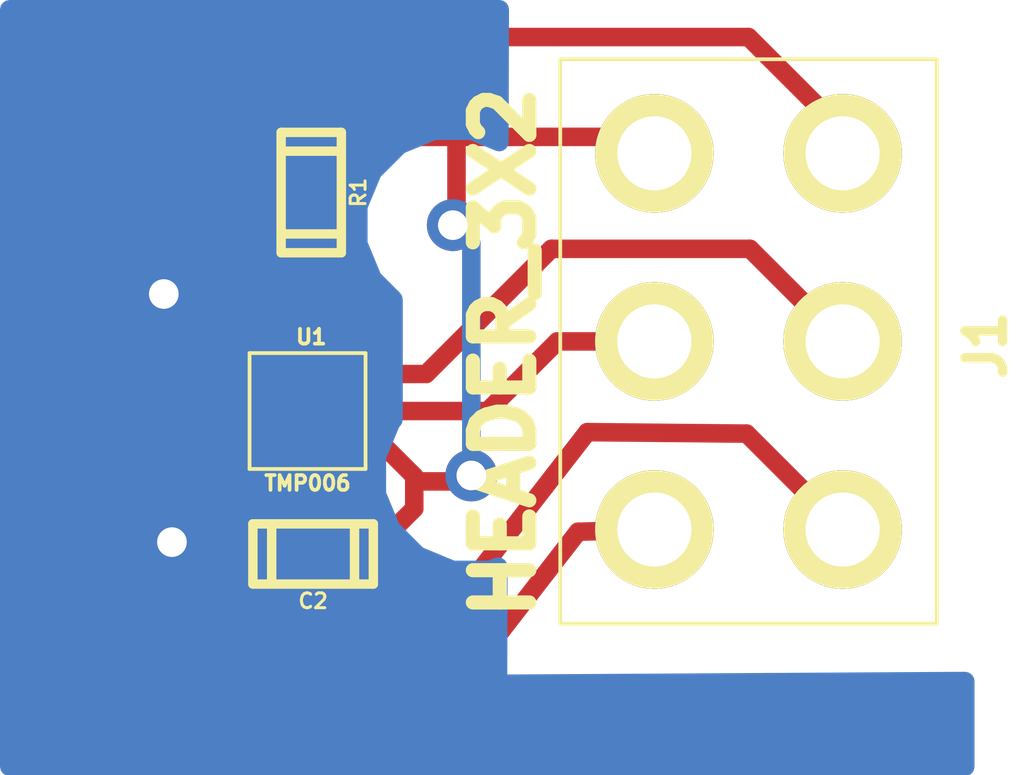
<source format=kicad_pcb>
(kicad_pcb (version 3) (host pcbnew "(2013-08-24 BZR 4298)-stable")

  (general
    (links 11)
    (no_connects 0)
    (area 137.35 102.37 151.0175 112.850001)
    (thickness 1.6)
    (drawings 0)
    (tracks 60)
    (zones 0)
    (modules 4)
    (nets 8)
  )

  (page A)
  (layers
    (15 F.Cu signal)
    (0 B.Cu signal)
    (16 B.Adhes user)
    (17 F.Adhes user)
    (18 B.Paste user)
    (19 F.Paste user)
    (20 B.SilkS user)
    (21 F.SilkS user)
    (22 B.Mask user)
    (23 F.Mask user)
    (24 Dwgs.User user)
    (25 Cmts.User user)
    (26 Eco1.User user)
    (27 Eco2.User user)
    (28 Edge.Cuts user)
  )

  (setup
    (last_trace_width 0.25)
    (user_trace_width 0.1)
    (user_trace_width 0.15)
    (user_trace_width 0.2)
    (user_trace_width 0.25)
    (user_trace_width 0.3)
    (user_trace_width 0.4)
    (user_trace_width 0.5)
    (user_trace_width 0.6)
    (user_trace_width 0.7)
    (user_trace_width 0.8)
    (user_trace_width 0.9)
    (user_trace_width 1)
    (trace_clearance 0.05)
    (zone_clearance 0.8)
    (zone_45_only no)
    (trace_min 0.1)
    (segment_width 0.2)
    (edge_width 0.1)
    (via_size 0.7)
    (via_drill 0.4)
    (via_min_size 0.7)
    (via_min_drill 0.4)
    (uvia_size 0.4)
    (uvia_drill 0.127)
    (uvias_allowed no)
    (uvia_min_size 0.4)
    (uvia_min_drill 0.127)
    (pcb_text_width 0.3)
    (pcb_text_size 1.5 1.5)
    (mod_edge_width 0.15)
    (mod_text_size 1 1)
    (mod_text_width 0.15)
    (pad_size 0.3 0.3)
    (pad_drill 0)
    (pad_to_mask_clearance 0)
    (aux_axis_origin 0 0)
    (visible_elements 7FFFFFFF)
    (pcbplotparams
      (layerselection 3178497)
      (usegerberextensions false)
      (excludeedgelayer true)
      (linewidth 0.150000)
      (plotframeref false)
      (viasonmask false)
      (mode 1)
      (useauxorigin false)
      (hpglpennumber 1)
      (hpglpenspeed 20)
      (hpglpendiameter 15)
      (hpglpenoverlay 2)
      (psnegative false)
      (psa4output false)
      (plotreference true)
      (plotvalue true)
      (plotothertext true)
      (plotinvisibletext false)
      (padsonsilk false)
      (subtractmaskfromsilk false)
      (outputformat 2)
      (mirror false)
      (drillshape 0)
      (scaleselection 1)
      (outputdirectory ""))
  )

  (net 0 "")
  (net 1 +2.8v)
  (net 2 ADR0)
  (net 3 ADR1)
  (net 4 GND)
  (net 5 N-000006)
  (net 6 SCL)
  (net 7 SDA)

  (net_class Default "This is the default net class."
    (clearance 0.05)
    (trace_width 0.5)
    (via_dia 0.7)
    (via_drill 0.4)
    (uvia_dia 0.4)
    (uvia_drill 0.127)
    (add_net "")
    (add_net +2.8v)
    (add_net ADR0)
    (add_net ADR1)
    (add_net GND)
    (add_net N-000006)
    (add_net SCL)
    (add_net SDA)
  )

  (module TED_SM0603 (layer F.Cu) (tedit 527731CB) (tstamp 52A599AD)
    (at 141.575 109.85 180)
    (descr "SMT capacitor, 0603")
    (path /5295936A)
    (fp_text reference C2 (at 0 -0.635 180) (layer F.SilkS)
      (effects (font (size 0.20066 0.20066) (thickness 0.04064)))
    )
    (fp_text value .1uF (at 0 0.635 180) (layer F.SilkS) hide
      (effects (font (size 0.20066 0.20066) (thickness 0.04064)))
    )
    (fp_line (start 0.5588 0.4064) (end 0.5588 -0.4064) (layer F.SilkS) (width 0.127))
    (fp_line (start -0.5588 -0.381) (end -0.5588 0.4064) (layer F.SilkS) (width 0.127))
    (fp_line (start -0.8128 -0.4064) (end 0.8128 -0.4064) (layer F.SilkS) (width 0.127))
    (fp_line (start 0.8128 -0.4064) (end 0.8128 0.4064) (layer F.SilkS) (width 0.127))
    (fp_line (start 0.8128 0.4064) (end -0.8128 0.4064) (layer F.SilkS) (width 0.127))
    (fp_line (start -0.8128 0.4064) (end -0.8128 -0.4064) (layer F.SilkS) (width 0.127))
    (pad 2 smd rect (at 0.75184 0 180) (size 0.89916 1.00076)
      (layers F.Cu F.Paste F.Mask)
      (net 4 GND)
      (clearance 0.1)
    )
    (pad 1 smd rect (at -0.75184 0 180) (size 0.89916 1.00076)
      (layers F.Cu F.Paste F.Mask)
      (net 1 +2.8v)
      (clearance 0.1)
    )
    (model smd/capacitors/c_0603.wrl
      (at (xyz 0 0 0))
      (scale (xyz 1 1 1))
      (rotate (xyz 0 0 0))
    )
  )

  (module TED_HEADER_3x2_BOTTOM (layer F.Cu) (tedit 52A869D9) (tstamp 52A59EC5)
    (at 147.45 106.98 270)
    (path /52A55745)
    (fp_text reference J1 (at 0.05 -3.2 270) (layer F.SilkS)
      (effects (font (size 0.508 0.508) (thickness 0.127)))
    )
    (fp_text value HEADER_3X2 (at 0.15 3.3 270) (layer F.SilkS)
      (effects (font (size 0.762 0.762) (thickness 0.1905)))
    )
    (fp_line (start 3.81 2.54) (end -3.81 2.54) (layer F.SilkS) (width 0.0508))
    (fp_line (start -3.81 2.54) (end -3.81 -2.54) (layer F.SilkS) (width 0.0508))
    (fp_line (start -3.81 -2.54) (end 3.81 -2.54) (layer F.SilkS) (width 0.0508))
    (fp_line (start 3.81 -2.54) (end 3.81 2.54) (layer F.SilkS) (width 0.0508))
    (pad 1 thru_hole circle (at -2.54 1.27 270) (size 1.6 1.6) (drill 1)
      (layers *.Mask F.Cu F.SilkS)
      (net 1 +2.8v)
      (clearance 0.3)
    )
    (pad 2 thru_hole circle (at 0 1.27 270) (size 1.6 1.6) (drill 1)
      (layers *.Mask F.Cu F.SilkS)
      (net 6 SCL)
      (clearance 0.3)
    )
    (pad 3 thru_hole circle (at 2.54 1.27 270) (size 1.6 1.6) (drill 1)
      (layers *.Mask F.Cu F.SilkS)
      (net 2 ADR0)
      (clearance 0.3)
    )
    (pad 4 thru_hole circle (at 2.54 -1.27 270) (size 1.6 1.6) (drill 1)
      (layers *.Mask F.Cu F.SilkS)
      (net 3 ADR1)
      (clearance 0.3)
    )
    (pad 5 thru_hole circle (at 0 -1.27 270) (size 1.6 1.6) (drill 1)
      (layers *.Mask F.Cu F.SilkS)
      (net 7 SDA)
      (clearance 0.3)
    )
    (pad 6 thru_hole circle (at -2.54 -1.27 270) (size 1.6 1.6) (drill 1)
      (layers *.Mask F.Cu F.SilkS)
      (net 4 GND)
      (clearance 0.3)
    )
  )

  (module TED_SM0603 (layer F.Cu) (tedit 527731CB) (tstamp 52AAC3DD)
    (at 141.55 104.97 270)
    (descr "SMT capacitor, 0603")
    (path /52AA7ACD)
    (fp_text reference R1 (at 0 -0.635 270) (layer F.SilkS)
      (effects (font (size 0.20066 0.20066) (thickness 0.04064)))
    )
    (fp_text value 10k (at 0 0.635 270) (layer F.SilkS) hide
      (effects (font (size 0.20066 0.20066) (thickness 0.04064)))
    )
    (fp_line (start 0.5588 0.4064) (end 0.5588 -0.4064) (layer F.SilkS) (width 0.127))
    (fp_line (start -0.5588 -0.381) (end -0.5588 0.4064) (layer F.SilkS) (width 0.127))
    (fp_line (start -0.8128 -0.4064) (end 0.8128 -0.4064) (layer F.SilkS) (width 0.127))
    (fp_line (start 0.8128 -0.4064) (end 0.8128 0.4064) (layer F.SilkS) (width 0.127))
    (fp_line (start 0.8128 0.4064) (end -0.8128 0.4064) (layer F.SilkS) (width 0.127))
    (fp_line (start -0.8128 0.4064) (end -0.8128 -0.4064) (layer F.SilkS) (width 0.127))
    (pad 2 smd rect (at 0.75184 0 270) (size 0.89916 1.00076)
      (layers F.Cu F.Paste F.Mask)
      (net 5 N-000006)
      (clearance 0.1)
    )
    (pad 1 smd rect (at -0.75184 0 270) (size 0.89916 1.00076)
      (layers F.Cu F.Paste F.Mask)
      (net 1 +2.8v)
      (clearance 0.1)
    )
    (model smd/capacitors/c_0603.wrl
      (at (xyz 0 0 0))
      (scale (xyz 1 1 1))
      (rotate (xyz 0 0 0))
    )
  )

  (module TED_DSBGA-8 (layer F.Cu) (tedit 52AA7D5D) (tstamp 52AAC3DE)
    (at 141.5 107.92)
    (path /52AA7A5F)
    (fp_text reference U1 (at 0.05 -1) (layer F.SilkS)
      (effects (font (size 0.2 0.2) (thickness 0.05)))
    )
    (fp_text value TMP006 (at 0 0.975) (layer F.SilkS)
      (effects (font (size 0.2 0.2) (thickness 0.05)))
    )
    (fp_line (start -0.7825 -0.7825) (end 0.7825 -0.7825) (layer F.SilkS) (width 0.0508))
    (fp_line (start 0.7825 -0.7825) (end 0.7825 0.7825) (layer F.SilkS) (width 0.0508))
    (fp_line (start 0.7825 0.7825) (end -0.7825 0.7825) (layer F.SilkS) (width 0.0508))
    (fp_line (start -0.7825 0.7825) (end -0.7825 -0.7825) (layer F.SilkS) (width 0.0508))
    (pad B3 smd circle (at 0.5 0) (size 0.3 0.3)
      (layers F.Cu F.Paste F.Mask)
      (net 6 SCL)
      (clearance 0.05)
    )
    (pad B1 smd circle (at -0.5 0) (size 0.3 0.3)
      (layers F.Cu F.Paste F.Mask)
      (net 3 ADR1)
      (clearance 0.05)
    )
    (pad A1 smd circle (at -0.5 0.5) (size 0.3 0.3)
      (layers F.Cu F.Paste F.Mask)
      (net 4 GND)
      (clearance 0.05)
    )
    (pad A2 smd circle (at 0 0.5) (size 0.3 0.3)
      (layers F.Cu F.Paste F.Mask)
      (net 4 GND)
      (clearance 0.05)
    )
    (pad A3 smd circle (at 0.5 0.5) (size 0.3 0.3)
      (layers F.Cu F.Paste F.Mask)
      (net 1 +2.8v)
      (clearance 0.05)
    )
    (pad C3 smd circle (at 0.5 -0.5) (size 0.3 0.3)
      (layers F.Cu F.Paste F.Mask)
      (net 7 SDA)
      (clearance 0.05)
    )
    (pad C1 smd circle (at -0.5 -0.5) (size 0.3 0.3)
      (layers F.Cu F.Paste F.Mask)
      (net 2 ADR0)
      (clearance 0.05)
    )
    (pad C2 smd circle (at 0 -0.5) (size 0.3 0.3)
      (layers F.Cu F.Paste F.Mask)
      (net 5 N-000006)
      (clearance 0.05)
    )
  )

  (segment (start 143.51 104.21816) (end 143.51 105.36) (width 0.25) (layer F.Cu) (net 1))
  (segment (start 143.63 108.87) (end 142.94 108.87) (width 0.25) (layer F.Cu) (net 1) (tstamp 52AAC49F))
  (segment (start 143.71 108.79) (end 143.63 108.87) (width 0.25) (layer F.Cu) (net 1) (tstamp 52AAC49E))
  (via (at 143.71 108.79) (size 0.7) (layers F.Cu B.Cu) (net 1))
  (segment (start 143.71 105.66) (end 143.71 108.79) (width 0.25) (layer B.Cu) (net 1) (tstamp 52AAC49C))
  (segment (start 143.46 105.41) (end 143.71 105.66) (width 0.25) (layer B.Cu) (net 1) (tstamp 52AAC49B))
  (via (at 143.46 105.41) (size 0.7) (layers F.Cu B.Cu) (net 1))
  (segment (start 143.51 105.36) (end 143.46 105.41) (width 0.25) (layer F.Cu) (net 1) (tstamp 52AAC499))
  (segment (start 142 108.42) (end 142.56 108.42) (width 0.25) (layer F.Cu) (net 1))
  (segment (start 142.56 108.42) (end 142.94 108.8) (width 0.25) (layer F.Cu) (net 1) (tstamp 52AAC48C))
  (segment (start 142.94 108.8) (end 142.94 108.87) (width 0.25) (layer F.Cu) (net 1) (tstamp 52AAC48D))
  (segment (start 142.94 109.23684) (end 142.32684 109.85) (width 0.25) (layer F.Cu) (net 1) (tstamp 52AAC48E))
  (segment (start 142.94 108.87) (end 142.94 109.23684) (width 0.25) (layer F.Cu) (net 1) (tstamp 52AAC4A1))
  (segment (start 141.55 104.21816) (end 143.51 104.21816) (width 0.25) (layer F.Cu) (net 1))
  (segment (start 143.51 104.21816) (end 145.95816 104.21816) (width 0.25) (layer F.Cu) (net 1) (tstamp 52AAC497))
  (segment (start 145.95816 104.21816) (end 146.18 104.44) (width 0.25) (layer F.Cu) (net 1) (tstamp 52AAC417))
  (segment (start 146.18 109.52) (end 145.15 109.55) (width 0.25) (layer F.Cu) (net 2))
  (segment (start 140.205 107.42) (end 141 107.42) (width 0.25) (layer F.Cu) (net 2) (tstamp 52AAC442))
  (segment (start 137.97 108.2) (end 138.5 107.46) (width 0.25) (layer F.Cu) (net 2) (tstamp 52AAC441))
  (segment (start 138.5 107.46) (end 140.205 107.42) (width 0.25) (layer F.Cu) (net 2) (tstamp 52AAC4C0))
  (segment (start 138.01 110.7) (end 137.97 108.2) (width 0.25) (layer F.Cu) (net 2) (tstamp 52AAC43F))
  (segment (start 140.03 112.07) (end 138.01 110.7) (width 0.25) (layer F.Cu) (net 2) (tstamp 52AAC43D))
  (segment (start 143.17 112.105) (end 140.03 112.07) (width 0.25) (layer F.Cu) (net 2) (tstamp 52AAC43B))
  (segment (start 145.15 109.55) (end 143.17 112.105) (width 0.25) (layer F.Cu) (net 2) (tstamp 52AAC439))
  (segment (start 140.374163 111.289649) (end 142.809649 111.289649) (width 0.25) (layer F.Cu) (net 3))
  (segment (start 142.85 111.33) (end 145.275 108.205) (width 0.25) (layer F.Cu) (net 3) (tstamp 52AAC432))
  (segment (start 145.275 108.205) (end 147.425 108.225) (width 0.25) (layer F.Cu) (net 3) (tstamp 52AAC434))
  (segment (start 148.72 109.52) (end 147.425 108.225) (width 0.25) (layer F.Cu) (net 3) (tstamp 52AAC436))
  (segment (start 140.44 107.92) (end 138.76 108.45) (width 0.25) (layer F.Cu) (net 3) (tstamp 52AAC41F))
  (segment (start 138.76 108.45) (end 138.76 110.28) (width 0.25) (layer F.Cu) (net 3) (tstamp 52AAC420))
  (segment (start 138.76 110.28) (end 140.374163 111.289649) (width 0.25) (layer F.Cu) (net 3) (tstamp 52AAC421))
  (segment (start 140.44 107.92) (end 141 107.92) (width 0.25) (layer F.Cu) (net 3))
  (segment (start 142.809649 111.289649) (end 142.85 111.33) (width 0.25) (layer F.Cu) (net 3) (tstamp 52AAC493))
  (segment (start 148.72 104.44) (end 148.72 104.14) (width 0.25) (layer F.Cu) (net 4))
  (segment (start 139.83 109.85) (end 140.82316 109.85) (width 0.25) (layer F.Cu) (net 4) (tstamp 52AAC4B7))
  (segment (start 139.67 109.69) (end 139.83 109.85) (width 0.25) (layer F.Cu) (net 4) (tstamp 52AAC4B6))
  (via (at 139.67 109.69) (size 0.7) (layers F.Cu B.Cu) (net 4))
  (segment (start 139.67 106.45) (end 139.67 109.69) (width 0.25) (layer B.Cu) (net 4) (tstamp 52AAC4B4))
  (segment (start 139.56 106.34) (end 139.67 106.45) (width 0.25) (layer B.Cu) (net 4) (tstamp 52AAC4B3))
  (via (at 139.56 106.34) (size 0.7) (layers F.Cu B.Cu) (net 4))
  (segment (start 139.56 103.86) (end 139.56 106.34) (width 0.25) (layer F.Cu) (net 4) (tstamp 52AAC4B1))
  (segment (start 140.55 102.87) (end 139.56 103.86) (width 0.25) (layer F.Cu) (net 4) (tstamp 52AAC4B0))
  (segment (start 147.45 102.87) (end 140.55 102.87) (width 0.25) (layer F.Cu) (net 4) (tstamp 52AAC4AE))
  (segment (start 148.72 104.14) (end 147.45 102.87) (width 0.25) (layer F.Cu) (net 4) (tstamp 52AAC4AD))
  (segment (start 141.5 108.42) (end 141.5 108.48) (width 0.25) (layer F.Cu) (net 4))
  (segment (start 140.82316 109.15684) (end 140.82316 109.85) (width 0.25) (layer F.Cu) (net 4) (tstamp 52AAC48A))
  (segment (start 141.5 108.48) (end 140.82316 109.15684) (width 0.25) (layer F.Cu) (net 4) (tstamp 52AAC489))
  (segment (start 141 108.42) (end 140.64 108.42) (width 0.25) (layer F.Cu) (net 4))
  (segment (start 140.43 109.45684) (end 140.82316 109.85) (width 0.25) (layer F.Cu) (net 4) (tstamp 52AAC487))
  (segment (start 140.43 108.63) (end 140.43 109.45684) (width 0.25) (layer F.Cu) (net 4) (tstamp 52AAC486))
  (segment (start 140.64 108.42) (end 140.43 108.63) (width 0.25) (layer F.Cu) (net 4) (tstamp 52AAC485))
  (segment (start 141.5 107.42) (end 141.5 105.77184) (width 0.25) (layer F.Cu) (net 5))
  (segment (start 141.5 105.77184) (end 141.55 105.72184) (width 0.25) (layer F.Cu) (net 5) (tstamp 52AAC415))
  (segment (start 142 107.92) (end 143.93 107.92) (width 0.25) (layer F.Cu) (net 6))
  (segment (start 144.87 106.98) (end 146.18 106.98) (width 0.25) (layer F.Cu) (net 6) (tstamp 52AAC40C))
  (segment (start 143.93 107.92) (end 144.87 106.98) (width 0.25) (layer F.Cu) (net 6) (tstamp 52AAC40B))
  (segment (start 142 107.42) (end 143.1 107.42) (width 0.25) (layer F.Cu) (net 7))
  (segment (start 147.47 105.73) (end 148.72 106.98) (width 0.25) (layer F.Cu) (net 7) (tstamp 52AAC412))
  (segment (start 144.79 105.73) (end 147.47 105.73) (width 0.25) (layer F.Cu) (net 7) (tstamp 52AAC410))
  (segment (start 143.1 107.42) (end 144.79 105.73) (width 0.25) (layer F.Cu) (net 7) (tstamp 52AAC40E))

  (zone (net 4) (net_name GND) (layer B.Cu) (tstamp 52AAC4B9) (hatch edge 0.508)
    (connect_pads (clearance 0.8))
    (min_thickness 0.254)
    (fill (arc_segments 16) (thermal_gap 0.508) (thermal_bridge_width 0.508))
    (polygon
      (pts
        (xy 137.35 102.37) (xy 137.35 112.85) (xy 150.5 112.85) (xy 150.5 102.37)
      )
    )
    (filled_polygon
      (pts
        (xy 150.373 112.723) (xy 137.477 112.723) (xy 137.477 102.497) (xy 144.091479 102.497) (xy 144.086846 104.287574)
        (xy 143.715125 104.133222) (xy 143.207103 104.132779) (xy 142.737583 104.326781) (xy 142.378043 104.685693) (xy 142.183222 105.154875)
        (xy 142.182779 105.662897) (xy 142.376781 106.132417) (xy 142.658 106.414128) (xy 142.658 108.035788) (xy 142.628043 108.065693)
        (xy 142.433222 108.534875) (xy 142.432779 109.042897) (xy 142.626781 109.512417) (xy 142.985693 109.871957) (xy 143.454875 110.066778)
        (xy 143.962897 110.067221) (xy 144.072009 110.022136) (xy 144.067915 111.604695) (xy 150.373 111.567894) (xy 150.373 112.723)
      )
    )
  )
  (zone (net 0) (net_name "") (layer B.Cu) (tstamp 52AAC4BB) (hatch edge 0.508)
    (connect_pads (clearance 0.8))
    (min_thickness 0.254)
    (keepout (tracks allowed) (vias allowed) (copperpour not_allowed))
    (fill (arc_segments 16) (thermal_gap 0.508) (thermal_bridge_width 0.508))
    (polygon
      (pts
        (xy 144.89 103.07) (xy 144.87 110.8) (xy 150.01 110.77) (xy 150.05 103.07)
      )
    )
  )
)

</source>
